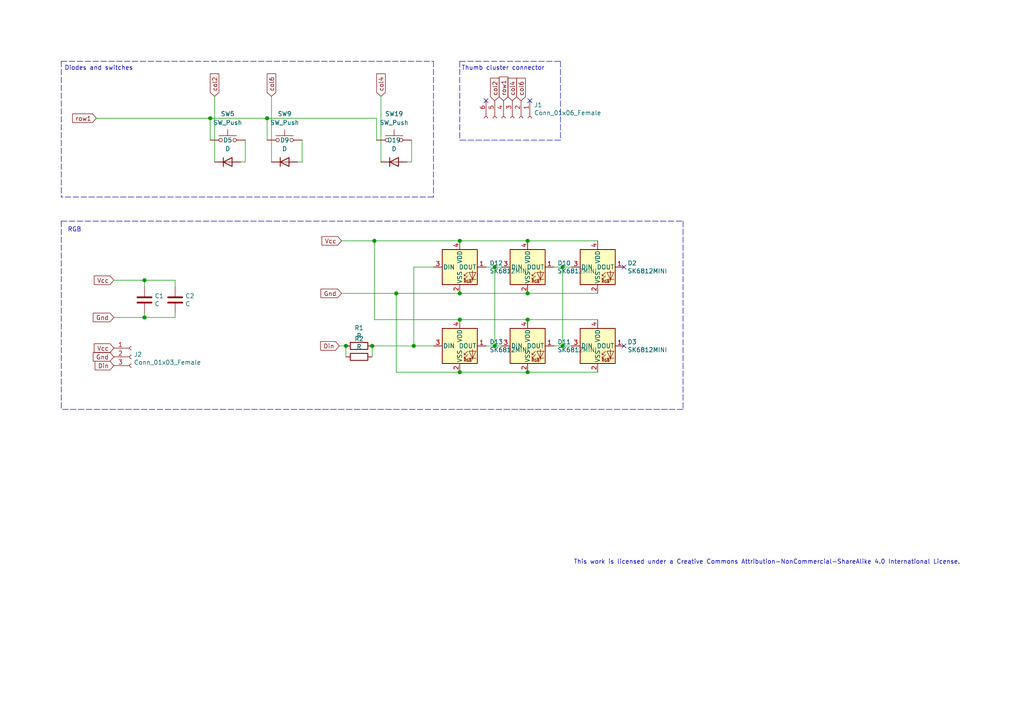
<source format=kicad_sch>
(kicad_sch (version 20231120) (generator "eeschema") (generator_version "8.0")
  (paper "A4")
  (title_block (date "2022-03-02") (rev "2.01") (company "bastard keyboards") (comment 3 "CC BY-NC-SA 4.0") (comment 4 "Copyright Quentin Lebastard 2022"))
  (lib_symbols
    (symbol "Connector:Conn_01x03_Female" (pin_names (offset 1.016) hide)
      (property "Reference" "J" (at 0 5.08 0))
      (property "Value" "Conn_01x03_Female" (at 0 -5.08 0))
      (symbol "Conn_01x03_Female_1_1"
        (arc (start 0 -2.032) (mid -0.5058 -2.54) (end 0 -3.048) (stroke (width 0.1524)))
        (polyline (pts (xy -1.27 -2.54) (xy -0.508 -2.54)) (stroke (width 0.1524)))
        (polyline (pts (xy -1.27 0) (xy -0.508 0)) (stroke (width 0.1524)))
        (polyline (pts (xy -1.27 2.54) (xy -0.508 2.54)) (stroke (width 0.1524)))
        (arc (start 0 0.508) (mid -0.5058 0) (end 0 -0.508) (stroke (width 0.1524)))
        (arc (start 0 3.048) (mid -0.5058 2.54) (end 0 2.032) (stroke (width 0.1524)))
        (pin passive line (at -5.08 2.54 0) (length 3.81) (name "Pin_1") (number "1"))
        (pin passive line (at -5.08 0 0) (length 3.81) (name "Pin_2") (number "2"))
        (pin passive line (at -5.08 -2.54 0) (length 3.81) (name "Pin_3") (number "3"))
      )
    )
    (symbol "Connector:Conn_01x06_Female" (pin_names hide)
      (property "Reference" "J" (at 0 7.62 0))
      (property "Value" "Conn_01x06_Female" (at 0 -10.16 0))
      (symbol "Conn_01x06_Female_1_1"
        (arc (start 0 -7.112) (mid -0.5058 -7.62) (end 0 -8.128) (stroke (width 0.1524)))
        (arc (start 0 -4.572) (mid -0.5058 -5.08) (end 0 -5.588) (stroke (width 0.1524)))
        (arc (start 0 -2.032) (mid -0.5058 -2.54) (end 0 -3.048) (stroke (width 0.1524)))
        (polyline (pts (xy -1.27 -7.62) (xy -0.508 -7.62)) (stroke (width 0.1524)))
        (polyline (pts (xy -1.27 -5.08) (xy -0.508 -5.08)) (stroke (width 0.1524)))
        (polyline (pts (xy -1.27 -2.54) (xy -0.508 -2.54)) (stroke (width 0.1524)))
        (polyline (pts (xy -1.27 0) (xy -0.508 0)) (stroke (width 0.1524)))
        (polyline (pts (xy -1.27 2.54) (xy -0.508 2.54)) (stroke (width 0.1524)))
        (polyline (pts (xy -1.27 5.08) (xy -0.508 5.08)) (stroke (width 0.1524)))
        (arc (start 0 0.508) (mid -0.5058 0) (end 0 -0.508) (stroke (width 0.1524)))
        (arc (start 0 3.048) (mid -0.5058 2.54) (end 0 2.032) (stroke (width 0.1524)))
        (arc (start 0 5.588) (mid -0.5058 5.08) (end 0 4.572) (stroke (width 0.1524)))
        (pin passive line (at -5.08 5.08 0) (length 3.81) (name "Pin_1") (number "1"))
        (pin passive line (at -5.08 2.54 0) (length 3.81) (name "Pin_2") (number "2"))
        (pin passive line (at -5.08 0 0) (length 3.81) (name "Pin_3") (number "3"))
        (pin passive line (at -5.08 -2.54 0) (length 3.81) (name "Pin_4") (number "4"))
        (pin passive line (at -5.08 -5.08 0) (length 3.81) (name "Pin_5") (number "5"))
        (pin passive line (at -5.08 -7.62 0) (length 3.81) (name "Pin_6") (number "6"))
      )
    )
    (symbol "Device:C" (pin_numbers hide) (pin_names (offset 0.254))
      (property "Reference" "C" (at 0.635 2.54 0))
      (property "Value" "C" (at 0.635 -2.54 0))
      (symbol "C_0_1"
        (polyline (pts (xy -2.032 -0.762) (xy 2.032 -0.762)) (stroke (width 0.508)))
        (polyline (pts (xy -2.032 0.762) (xy 2.032 0.762)) (stroke (width 0.508)))
      )
      (symbol "C_1_1"
        (pin passive line (at 0 3.81 270) (length 2.794) (name "~") (number "1"))
        (pin passive line (at 0 -3.81 90) (length 2.794) (name "~") (number "2"))
      )
    )
    (symbol "Device:D" (pin_numbers hide) (pin_names hide)
      (property "Reference" "D" (at 0 2.54 0))
      (property "Value" "D" (at 0 -2.54 0))
      (symbol "D_0_1"
        (polyline (pts (xy -1.27 1.27) (xy -1.27 -1.27)) (stroke (width 0.254)))
        (polyline (pts (xy 1.27 0) (xy -1.27 0)))
        (polyline (pts (xy 1.27 1.27) (xy 1.27 -1.27) (xy -1.27 0) (xy 1.27 1.27)) (stroke (width 0.254)))
      )
      (symbol "D_1_1"
        (pin passive line (at -3.81 0 0) (length 2.54) (name "K") (number "1"))
        (pin passive line (at 3.81 0 180) (length 2.54) (name "A") (number "2"))
      )
    )
    (symbol "Device:R" (pin_numbers hide) (pin_names (offset 0))
      (property "Reference" "R" (at 2.032 0 90))
      (property "Value" "R" (at 0 0 90))
      (symbol "R_0_1"
        (rectangle (start -1.016 -2.54) (end 1.016 2.54) (stroke (width 0.254)))
      )
      (symbol "R_1_1"
        (pin passive line (at 0 3.81 270) (length 1.27) (name "~") (number "1"))
        (pin passive line (at 0 -3.81 90) (length 1.27) (name "~") (number "2"))
      )
    )
    (symbol "LED:SK6812MINI" (pin_names (offset 0.254))
      (property "Reference" "D" (at 5.08 5.715 0))
      (property "Value" "SK6812MINI" (at 1.27 -5.715 0))
      (symbol "SK6812MINI_0_0"
        (text "RGB" (at 2.286 -4.191 0) (effects (font (size 0.762 0.762))))
      )
      (symbol "SK6812MINI_0_1"
        (polyline (pts (xy 1.27 -3.556) (xy 1.778 -3.556)))
        (polyline (pts (xy 1.27 -2.54) (xy 1.778 -2.54)))
        (polyline (pts (xy 4.699 -3.556) (xy 2.667 -3.556)))
        (polyline (pts (xy 2.286 -2.54) (xy 1.27 -3.556) (xy 1.27 -3.048)))
        (polyline (pts (xy 2.286 -1.524) (xy 1.27 -2.54) (xy 1.27 -2.032)))
        (polyline (pts (xy 3.683 -1.016) (xy 3.683 -3.556) (xy 3.683 -4.064)))
        (polyline (pts (xy 4.699 -1.524) (xy 2.667 -1.524) (xy 3.683 -3.556) (xy 4.699 -1.524)))
        (rectangle (start 5.08 5.08) (end -5.08 -5.08) (stroke (width 0.254)) (fill (type background)))
      )
      (symbol "SK6812MINI_1_1"
        (pin output line (at 7.62 0 180) (length 2.54) (name "DOUT") (number "1"))
        (pin power_in line (at 0 -7.62 90) (length 2.54) (name "VSS") (number "2"))
        (pin input line (at -7.62 0 0) (length 2.54) (name "DIN") (number "3"))
        (pin power_in line (at 0 7.62 270) (length 2.54) (name "VDD") (number "4"))
      )
    )
    (symbol "Switch:SW_Push" (pin_numbers hide) (pin_names hide)
      (property "Reference" "SW" (at 1.27 2.54 0))
      (property "Value" "SW_Push" (at 0 -1.524 0))
      (symbol "SW_Push_0_1"
        (circle (center -2.032 0) (radius 0.508))
        (polyline (pts (xy 0 1.27) (xy 0 3.048)))
        (polyline (pts (xy 2.54 1.27) (xy -2.54 1.27)))
        (circle (center 2.032 0) (radius 0.508))
        (pin passive line (at -5.08 0 0) (length 2.54) (name "1") (number "1"))
        (pin passive line (at 5.08 0 180) (length 2.54) (name "2") (number "2"))
      )
    )
  )
  (junction (at 107.95 100.33) (diameter 1.016))
  (junction (at 41.91 81.28) (diameter 1.016))
  (junction (at 153.035 69.85) (diameter 1.016))
  (junction (at 163.195 77.47) (diameter 1.016))
  (junction (at 114.935 85.09) (diameter 1.016))
  (junction (at 60.96 34.29) (diameter 1.016))
  (junction (at 143.51 77.47) (diameter 1.016))
  (junction (at 77.47 34.29) (diameter 1.016))
  (junction (at 153.035 92.71) (diameter 1.016))
  (junction (at 153.035 85.09) (diameter 1.016))
  (junction (at 133.35 107.95) (diameter 1.016))
  (junction (at 41.91 92.075) (diameter 1.016))
  (junction (at 120.015 100.33) (diameter 1.016))
  (junction (at 133.35 85.09) (diameter 1.016))
  (junction (at 133.35 69.85) (diameter 1.016))
  (junction (at 143.51 100.33) (diameter 1.016))
  (junction (at 153.035 107.95) (diameter 1.016))
  (junction (at 100.33 100.33) (diameter 1.016))
  (junction (at 133.35 92.71) (diameter 1.016))
  (junction (at 108.585 69.85) (diameter 1.016))
  (junction (at 163.195 100.33) (diameter 1.016))
  (no_connect (at 140.97 29.21))
  (no_connect (at 153.67 29.21))
  (no_connect (at 180.975 77.47))
  (no_connect (at 180.975 100.33))
  (wire (pts (xy 140.97 100.33) (xy 143.51 100.33)))
  (wire (pts (xy 143.51 77.47) (xy 145.415 77.47)))
  (wire (pts (xy 160.655 100.33) (xy 163.195 100.33)))
  (wire (pts (xy 163.195 77.47) (xy 165.735 77.47)))
  (wire (pts (xy 33.02 81.28) (xy 41.91 81.28)))
  (wire (pts (xy 140.97 77.47) (xy 143.51 77.47)))
  (wire (pts (xy 163.195 100.33) (xy 165.735 100.33)))
  (wire (pts (xy 125.73 100.33) (xy 120.015 100.33)))
  (polyline (pts (xy 133.35 17.78) (xy 162.56 17.78)) (stroke (width 0) (type dash)))
  (polyline (pts (xy 125.73 57.15) (xy 17.78 57.15)) (stroke (width 0) (type dash)))
  (polyline (pts (xy 133.35 17.78) (xy 133.35 40.64)) (stroke (width 0) (type dash)))
  (wire (pts (xy 143.51 100.33) (xy 145.415 100.33)))
  (polyline (pts (xy 198.12 64.135) (xy 198.12 118.745)) (stroke (width 0) (type dash)))
  (polyline (pts (xy 162.56 17.78) (xy 162.56 40.64)) (stroke (width 0) (type dash)))
  (wire (pts (xy 114.935 107.95) (xy 133.35 107.95)))
  (wire (pts (xy 133.35 107.95) (xy 153.035 107.95)))
  (wire (pts (xy 153.035 107.95) (xy 173.355 107.95)))
  (wire (pts (xy 87.63 40.64) (xy 87.63 46.99)))
  (wire (pts (xy 110.49 27.94) (xy 110.49 46.99)))
  (wire (pts (xy 107.95 100.33) (xy 120.015 100.33)))
  (wire (pts (xy 119.38 40.64) (xy 119.38 46.99)))
  (polyline (pts (xy 17.78 17.78) (xy 125.73 17.78)) (stroke (width 0) (type dash)))
  (wire (pts (xy 99.06 69.85) (xy 108.585 69.85)))
  (wire (pts (xy 41.91 90.805) (xy 41.91 92.075)))
  (wire (pts (xy 77.47 34.29) (xy 109.22 34.29)))
  (wire (pts (xy 41.91 81.28) (xy 50.8 81.28)))
  (wire (pts (xy 114.935 85.09) (xy 133.35 85.09)))
  (wire (pts (xy 133.35 85.09) (xy 153.035 85.09)))
  (wire (pts (xy 153.035 85.09) (xy 173.355 85.09)))
  (polyline (pts (xy 17.78 17.78) (xy 17.78 57.15)) (stroke (width 0) (type dash)))
  (wire (pts (xy 163.195 77.47) (xy 163.195 100.33)))
  (wire (pts (xy 71.12 40.64) (xy 71.12 46.99)))
  (wire (pts (xy 100.33 100.33) (xy 100.33 103.505)))
  (wire (pts (xy 99.06 85.09) (xy 114.935 85.09)))
  (wire (pts (xy 87.63 46.99) (xy 86.36 46.99)))
  (polyline (pts (xy 162.56 40.64) (xy 133.35 40.64)) (stroke (width 0) (type dash)))
  (wire (pts (xy 62.23 27.94) (xy 62.23 46.99)))
  (wire (pts (xy 108.585 69.85) (xy 108.585 92.71)))
  (wire (pts (xy 78.74 27.94) (xy 78.74 46.99)))
  (wire (pts (xy 60.96 34.29) (xy 77.47 34.29)))
  (polyline (pts (xy 17.78 64.135) (xy 17.78 118.745)) (stroke (width 0) (type dash)))
  (wire (pts (xy 50.8 92.075) (xy 50.8 90.805)))
  (wire (pts (xy 160.655 77.47) (xy 163.195 77.47)))
  (wire (pts (xy 108.585 69.85) (xy 133.35 69.85)))
  (wire (pts (xy 133.35 69.85) (xy 153.035 69.85)))
  (wire (pts (xy 153.035 69.85) (xy 173.355 69.85)))
  (wire (pts (xy 107.95 103.505) (xy 107.95 100.33)))
  (polyline (pts (xy 17.78 64.135) (xy 198.12 64.135)) (stroke (width 0) (type dash)))
  (wire (pts (xy 33.02 92.075) (xy 41.91 92.075)))
  (wire (pts (xy 71.12 46.99) (xy 69.85 46.99)))
  (wire (pts (xy 143.51 100.33) (xy 143.51 77.47)))
  (wire (pts (xy 120.015 77.47) (xy 125.73 77.47)))
  (wire (pts (xy 50.8 81.28) (xy 50.8 83.185)))
  (wire (pts (xy 41.91 92.075) (xy 50.8 92.075)))
  (polyline (pts (xy 198.12 118.745) (xy 17.78 118.745)) (stroke (width 0) (type dash)))
  (wire (pts (xy 27.94 34.29) (xy 60.96 34.29)))
  (wire (pts (xy 77.47 34.29) (xy 77.47 40.64)))
  (wire (pts (xy 120.015 100.33) (xy 120.015 77.47)))
  (wire (pts (xy 109.22 34.29) (xy 109.22 40.64)))
  (wire (pts (xy 98.425 100.33) (xy 100.33 100.33)))
  (wire (pts (xy 119.38 46.99) (xy 118.11 46.99)))
  (wire (pts (xy 114.935 107.95) (xy 114.935 85.09)))
  (wire (pts (xy 41.91 81.28) (xy 41.91 83.185)))
  (wire (pts (xy 108.585 92.71) (xy 133.35 92.71)))
  (wire (pts (xy 133.35 92.71) (xy 153.035 92.71)))
  (wire (pts (xy 153.035 92.71) (xy 173.355 92.71)))
  (polyline (pts (xy 125.73 17.78) (xy 125.73 57.15)) (stroke (width 0) (type dash)))
  (wire (pts (xy 60.96 34.29) (xy 60.96 40.64)))
  (text "Thumb cluster connector" (at 157.988 20.574 0) (effects (font (size 1.27 1.27)) (justify right bottom)))
  (text "Diodes and switches" (at 38.608 20.574 0) (effects (font (size 1.27 1.27)) (justify right bottom)))
  (text "RGB" (at 23.622 67.437 0) (effects (font (size 1.27 1.27)) (justify right bottom)))
  (text "This work is licensed under a Creative Commons Attribution-NonCommercial-ShareAlike 4.0 International License." (at 166.37 163.83 0) (effects (font (size 1.27 1.27)) (justify left bottom)))
  (global_label "Din" (shape input) (at 33.02 106.045 180) (property "Intersheetrefs" "${INTERSHEET_REFS}" (effects (hide yes))))
  (global_label "col2" (shape input) (at 143.51 29.21 90) (property "Intersheetrefs" "${INTERSHEET_REFS}" (effects (hide yes))))
  (global_label "col4" (shape input) (at 148.59 29.21 90) (property "Intersheetrefs" "${INTERSHEET_REFS}" (effects (hide yes))))
  (global_label "col6" (shape input) (at 78.74 27.94 90) (property "Intersheetrefs" "${INTERSHEET_REFS}" (effects (hide yes))))
  (global_label "row1" (shape input) (at 146.05 29.21 90) (property "Intersheetrefs" "${INTERSHEET_REFS}" (effects (hide yes))))
  (global_label "Gnd" (shape input) (at 33.02 103.505 180) (property "Intersheetrefs" "${INTERSHEET_REFS}" (effects (hide yes))))
  (global_label "Vcc" (shape input) (at 33.02 100.965 180) (property "Intersheetrefs" "${INTERSHEET_REFS}" (effects (hide yes))))
  (global_label "col2" (shape input) (at 62.23 27.94 90) (property "Intersheetrefs" "${INTERSHEET_REFS}" (effects (hide yes))))
  (global_label "Gnd" (shape input) (at 99.06 85.09 180) (property "Intersheetrefs" "${INTERSHEET_REFS}" (effects (hide yes))))
  (global_label "Din" (shape input) (at 98.425 100.33 180) (property "Intersheetrefs" "${INTERSHEET_REFS}" (effects (hide yes))))
  (global_label "Vcc" (shape input) (at 33.02 81.28 180) (property "Intersheetrefs" "${INTERSHEET_REFS}" (effects (hide yes))))
  (global_label "col4" (shape input) (at 110.49 27.94 90) (property "Intersheetrefs" "${INTERSHEET_REFS}" (effects (hide yes))))
  (global_label "Vcc" (shape input) (at 99.06 69.85 180) (property "Intersheetrefs" "${INTERSHEET_REFS}" (effects (hide yes))))
  (global_label "row1" (shape input) (at 27.94 34.29 180) (property "Intersheetrefs" "${INTERSHEET_REFS}" (effects (hide yes))))
  (global_label "col6" (shape input) (at 151.13 29.21 90) (property "Intersheetrefs" "${INTERSHEET_REFS}" (effects (hide yes))))
  (global_label "Gnd" (shape input) (at 33.02 92.075 180) (property "Intersheetrefs" "${INTERSHEET_REFS}" (effects (hide yes))))
  (symbol (lib_id "LED:SK6812MINI") (at 133.35 77.47 0) (unit 1)
    (property "Reference" "D12" (at 141.9861 76.3206 0) (effects (justify left)))
    (property "Value" "SK6812MINI" (at 141.9861 78.6193 0) (effects (justify left)))
    (property "Footprint" "libs2:YS-SK6812MINI-E_REVERSE" (effects (hide yes)))
    (property "Datasheet" "https://cdn-shop.adafruit.com/product-files/2686/SK6812MINI_REV.01-1-2.pdf" (effects (hide yes)))
  )
  (symbol (lib_id "Device:C") (at 41.91 86.995 0) (unit 1)
    (property "Reference" "C1" (at 44.8311 85.8456 0) (effects (justify left)))
    (property "Value" "C" (at 44.8311 88.1443 0) (effects (justify left)))
    (property "Footprint" "LED_SMD:LED_1206_3216Metric_Pad1.42x1.75mm_HandSolder" (effects (hide yes)))
  )
  (symbol (lib_id "LED:SK6812MINI") (at 153.035 77.47 0) (unit 1)
    (property "Reference" "D10" (at 161.6711 76.3206 0) (effects (justify left)))
    (property "Value" "SK6812MINI" (at 161.6711 78.6193 0) (effects (justify left)))
    (property "Footprint" "libs2:YS-SK6812MINI-E_REVERSE" (effects (hide yes)))
    (property "Datasheet" "https://cdn-shop.adafruit.com/product-files/2686/SK6812MINI_REV.01-1-2.pdf" (effects (hide yes)))
  )
  (symbol (lib_id "Device:D") (at 66.04 46.99 0) (unit 1)
    (property "Reference" "D5" (at 66.04 40.64 0))
    (property "Value" "D" (at 66.04 43.18 0))
    (property "Footprint" "custom:Diode_TH_SOD123" (effects (hide yes)))
  )
  (symbol (lib_id "Switch:SW_Push") (at 66.04 40.64 0) (unit 1)
    (property "Reference" "SW5" (at 66.04 33.02 0))
    (property "Value" "SW_Push" (at 66.04 35.56 0))
    (property "Footprint" "custom:SW_MX_reversible" (effects (hide yes)))
  )
  (symbol (lib_id "Device:C") (at 50.8 86.995 0) (unit 1)
    (property "Reference" "C2" (at 53.7211 85.8456 0) (effects (justify left)))
    (property "Value" "C" (at 53.7211 88.1443 0) (effects (justify left)))
    (property "Footprint" "LED_SMD:LED_1206_3216Metric_Pad1.42x1.75mm_HandSolder" (effects (hide yes)))
  )
  (symbol (lib_id "Connector:Conn_01x06_Female") (at 148.59 34.29 270) (unit 1)
    (property "Reference" "J1" (at 154.8893 30.4482 90) (effects (justify left)))
    (property "Value" "Conn_01x06_Female" (at 154.8893 32.7469 90) (effects (justify left)))
    (property "Footprint" "Connector_PinHeader_2.54mm:PinHeader_1x06_P2.54mm_Vertical" (effects (hide yes)))
  )
  (symbol (lib_id "Device:D") (at 82.55 46.99 0) (unit 1)
    (property "Reference" "D9" (at 82.55 40.64 0))
    (property "Value" "D" (at 82.55 43.18 0))
    (property "Footprint" "custom:Diode_TH_SOD123" (effects (hide yes)))
  )
  (symbol (lib_id "Device:R") (at 104.14 100.33 270) (unit 1)
    (property "Reference" "R1" (at 104.14 95.1038 90))
    (property "Value" "R" (at 104.14 97.4025 90))
    (property "Footprint" "Resistor_SMD:R_1206_3216Metric_Pad1.42x1.75mm_HandSolder" (effects (hide yes)))
  )
  (symbol (lib_id "Switch:SW_Push") (at 82.55 40.64 0) (unit 1)
    (property "Reference" "SW9" (at 82.55 33.02 0))
    (property "Value" "SW_Push" (at 82.55 35.56 0))
    (property "Footprint" "custom:SW_MX_reversible" (effects (hide yes)))
  )
  (symbol (lib_id "LED:SK6812MINI") (at 173.355 100.33 0) (unit 1)
    (property "Reference" "D3" (at 181.9911 99.1806 0) (effects (justify left)))
    (property "Value" "SK6812MINI" (at 181.9911 101.4793 0) (effects (justify left)))
    (property "Footprint" "libs2:YS-SK6812MINI-E_REVERSE_NO_EDGECUT" (effects (hide yes)))
    (property "Datasheet" "https://cdn-shop.adafruit.com/product-files/2686/SK6812MINI_REV.01-1-2.pdf" (effects (hide yes)))
  )
  (symbol (lib_id "Device:D") (at 114.3 46.99 0) (unit 1)
    (property "Reference" "D19" (at 114.3 40.64 0))
    (property "Value" "D" (at 114.3 43.18 0))
    (property "Footprint" "custom:Diode_TH_SOD123" (effects (hide yes)))
  )
  (symbol (lib_id "LED:SK6812MINI") (at 153.035 100.33 0) (unit 1)
    (property "Reference" "D11" (at 161.6711 99.1806 0) (effects (justify left)))
    (property "Value" "SK6812MINI" (at 161.6711 101.4793 0) (effects (justify left)))
    (property "Footprint" "libs2:YS-SK6812MINI-E_REVERSE_NO_EDGECUT" (effects (hide yes)))
    (property "Datasheet" "https://cdn-shop.adafruit.com/product-files/2686/SK6812MINI_REV.01-1-2.pdf" (effects (hide yes)))
  )
  (symbol (lib_id "LED:SK6812MINI") (at 173.355 77.47 0) (unit 1)
    (property "Reference" "D2" (at 181.9911 76.3206 0) (effects (justify left)))
    (property "Value" "SK6812MINI" (at 181.9911 78.6193 0) (effects (justify left)))
    (property "Footprint" "libs2:YS-SK6812MINI-E_REVERSE" (effects (hide yes)))
    (property "Datasheet" "https://cdn-shop.adafruit.com/product-files/2686/SK6812MINI_REV.01-1-2.pdf" (effects (hide yes)))
  )
  (symbol (lib_id "LED:SK6812MINI") (at 133.35 100.33 0) (unit 1)
    (property "Reference" "D13" (at 141.9861 99.1806 0) (effects (justify left)))
    (property "Value" "SK6812MINI" (at 141.9861 101.4793 0) (effects (justify left)))
    (property "Footprint" "libs2:YS-SK6812MINI-E_REVERSE_NO_EDGECUT" (effects (hide yes)))
    (property "Datasheet" "https://cdn-shop.adafruit.com/product-files/2686/SK6812MINI_REV.01-1-2.pdf" (effects (hide yes)))
  )
  (symbol (lib_id "Switch:SW_Push") (at 114.3 40.64 0) (unit 1)
    (property "Reference" "SW19" (at 114.3 33.02 0))
    (property "Value" "SW_Push" (at 114.3 35.56 0))
    (property "Footprint" "custom:SW_MX_reversible" (effects (hide yes)))
  )
  (symbol (lib_id "Connector:Conn_01x03_Female") (at 38.1 103.505 0) (unit 1)
    (property "Reference" "J2" (at 38.8113 102.8128 0) (effects (justify left)))
    (property "Value" "Conn_01x03_Female" (at 38.8113 105.1115 0) (effects (justify left)))
    (property "Footprint" "Connector_PinHeader_2.54mm:PinHeader_1x03_P2.54mm_Vertical" (effects (hide yes)))
  )
  (symbol (lib_id "Device:R") (at 104.14 103.505 270) (unit 1)
    (property "Reference" "R2" (at 104.14 98.2788 90))
    (property "Value" "R" (at 104.14 100.5775 90))
    (property "Footprint" "Resistor_SMD:R_1206_3216Metric_Pad1.42x1.75mm_HandSolder" (effects (hide yes)))
  )
)
</source>
